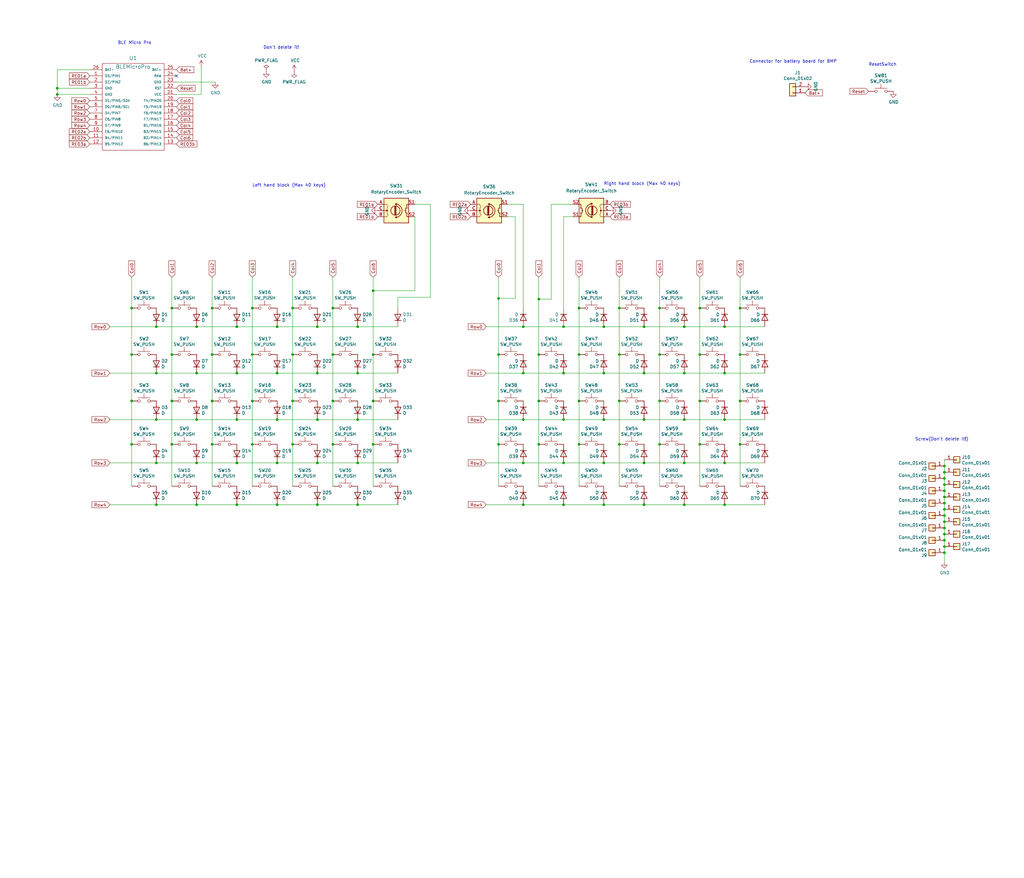
<source format=kicad_sch>
(kicad_sch (version 20211123) (generator eeschema)
  (paper "User" 419.989 360.045)
  (junction (at 136.525 145.415))
  (junction (at 130.175 207.01))
  (junction (at 64.135 207.01))
  (junction (at 80.645 153.035))
  (junction (at 120.015 145.415))
  (junction (at 254 126.365))
  (junction (at 204.47 122.386))
  (junction (at 70.485 145.415))
  (junction (at 146.685 207.01))
  (junction (at 280.67 133.985))
  (junction (at 146.685 172.085))
  (junction (at 130.175 172.085))
  (junction (at 23.495 36.195))
  (junction (at 297.18 189.865))
  (junction (at 120.015 182.245))
  (junction (at 303.53 126.365))
  (junction (at 264.16 153.035))
  (junction (at 297.18 172.085))
  (junction (at 387.35 219.075))
  (junction (at 387.35 193.675))
  (junction (at 387.35 213.995))
  (junction (at 287.02 126.365))
  (junction (at 280.67 189.865))
  (junction (at 120.015 126.365))
  (junction (at 80.645 172.085))
  (junction (at 97.155 189.865))
  (junction (at 237.49 182.245))
  (junction (at 146.685 153.035))
  (junction (at 146.685 133.985))
  (junction (at 97.155 133.985))
  (junction (at 387.35 221.615))
  (junction (at 287.02 145.415))
  (junction (at 120.015 164.465))
  (junction (at 387.35 216.535))
  (junction (at 214.63 172.085))
  (junction (at 86.995 164.465))
  (junction (at 136.525 126.365))
  (junction (at 146.685 189.865))
  (junction (at 64.135 172.085))
  (junction (at 153.035 145.415))
  (junction (at 64.135 133.985))
  (junction (at 214.63 207.01))
  (junction (at 70.485 164.465))
  (junction (at 80.645 207.01))
  (junction (at 387.35 196.215))
  (junction (at 113.665 133.985))
  (junction (at 280.67 153.035))
  (junction (at 387.35 206.375))
  (junction (at 153.035 164.465))
  (junction (at 264.16 133.985))
  (junction (at 231.14 153.035))
  (junction (at 53.975 164.465))
  (junction (at 86.995 126.365))
  (junction (at 297.18 207.01))
  (junction (at 214.63 153.035))
  (junction (at 270.51 182.245))
  (junction (at 80.645 133.985))
  (junction (at 303.53 182.245))
  (junction (at 231.14 133.985))
  (junction (at 231.14 189.865))
  (junction (at 297.18 133.985))
  (junction (at 247.65 133.985))
  (junction (at 130.175 153.035))
  (junction (at 53.975 182.245))
  (junction (at 387.35 224.155))
  (junction (at 237.49 164.465))
  (junction (at 103.505 145.415))
  (junction (at 113.665 153.035))
  (junction (at 254 182.245))
  (junction (at 387.35 198.755))
  (junction (at 53.975 145.415))
  (junction (at 247.65 172.085))
  (junction (at 97.155 207.01))
  (junction (at 287.02 182.245))
  (junction (at 387.35 226.695))
  (junction (at 303.53 145.415))
  (junction (at 247.65 207.01))
  (junction (at 204.47 145.415))
  (junction (at 136.525 164.465))
  (junction (at 247.65 153.035))
  (junction (at 97.155 153.035))
  (junction (at 80.645 189.865))
  (junction (at 53.975 126.365))
  (junction (at 264.16 172.085))
  (junction (at 103.505 126.365))
  (junction (at 70.485 126.365))
  (junction (at 270.51 164.465))
  (junction (at 237.49 145.415))
  (junction (at 387.35 208.915))
  (junction (at 153.035 119.2482))
  (junction (at 204.47 182.245))
  (junction (at 220.98 145.415))
  (junction (at 23.495 38.735))
  (junction (at 220.98 164.465))
  (junction (at 247.65 189.865))
  (junction (at 97.155 172.085))
  (junction (at 280.67 207.01))
  (junction (at 113.665 189.865))
  (junction (at 220.98 122.6749))
  (junction (at 86.995 145.415))
  (junction (at 64.135 189.865))
  (junction (at 64.135 153.035))
  (junction (at 113.665 207.01))
  (junction (at 237.49 126.365))
  (junction (at 287.02 164.465))
  (junction (at 264.16 207.01))
  (junction (at 254 145.415))
  (junction (at 387.35 203.835))
  (junction (at 204.47 164.465))
  (junction (at 103.505 182.245))
  (junction (at 254 164.465))
  (junction (at 387.35 211.455))
  (junction (at 113.665 172.085))
  (junction (at 280.67 172.085))
  (junction (at 103.505 164.465))
  (junction (at 387.35 191.135))
  (junction (at 297.18 153.035))
  (junction (at 130.175 189.865))
  (junction (at 231.14 207.01))
  (junction (at 270.51 145.415))
  (junction (at 303.53 164.465))
  (junction (at 220.98 182.245))
  (junction (at 214.63 133.985))
  (junction (at 387.35 201.295))
  (junction (at 86.995 182.245))
  (junction (at 70.485 182.245))
  (junction (at 130.175 133.985))
  (junction (at 231.14 172.085))
  (junction (at 270.51 126.365))
  (junction (at 264.16 189.865))
  (junction (at 153.035 182.245))
  (junction (at 136.525 182.245))
  (junction (at 214.63 189.865))
  (no_connect (at 72.39 31.115))
  (wire (pts (xy 387.35 213.995) (xy 387.35 216.535)))
  (wire (pts (xy 153.035 182.245) (xy 153.035 199.39)))
  (wire (pts (xy 86.995 182.245) (xy 86.995 199.39)))
  (wire (pts (xy 270.51 145.415) (xy 270.51 164.465)))
  (wire (pts (xy 303.53 145.415) (xy 303.53 164.465)))
  (wire (pts (xy 387.35 191.135) (xy 387.35 193.675)))
  (wire (pts (xy 80.645 207.01) (xy 97.155 207.01)))
  (wire (pts (xy 387.35 211.455) (xy 387.35 213.995)))
  (wire (pts (xy 120.015 145.415) (xy 120.015 164.465)))
  (wire (pts (xy 80.645 153.035) (xy 97.155 153.035)))
  (wire (pts (xy 146.685 189.865) (xy 163.195 189.865)))
  (wire (pts (xy 208.28 88.9) (xy 211.3585 88.9)))
  (wire (pts (xy 220.98 122.6749) (xy 220.98 145.415)))
  (wire (pts (xy 220.98 182.245) (xy 220.98 199.39)))
  (wire (pts (xy 70.485 182.245) (xy 70.485 199.39)))
  (wire (pts (xy 64.135 207.01) (xy 45.085 207.01)))
  (wire (pts (xy 247.65 172.085) (xy 264.16 172.085)))
  (wire (pts (xy 280.67 153.035) (xy 297.18 153.035)))
  (wire (pts (xy 254 164.465) (xy 254 182.245)))
  (wire (pts (xy 72.39 38.735) (xy 82.55 38.735)))
  (wire (pts (xy 204.47 122.386) (xy 204.47 145.415)))
  (wire (pts (xy 199.39 207.01) (xy 214.63 207.01)))
  (wire (pts (xy 136.525 113.665) (xy 136.525 126.365)))
  (wire (pts (xy 204.47 164.465) (xy 204.47 182.245)))
  (wire (pts (xy 387.35 196.215) (xy 387.35 198.755)))
  (wire (pts (xy 254 145.415) (xy 254 164.465)))
  (wire (pts (xy 303.53 113.665) (xy 303.53 126.365)))
  (wire (pts (xy 387.35 201.295) (xy 387.35 203.835)))
  (wire (pts (xy 136.525 164.465) (xy 136.525 182.245)))
  (wire (pts (xy 254 113.665) (xy 254 126.365)))
  (wire (pts (xy 264.16 207.01) (xy 280.67 207.01)))
  (wire (pts (xy 153.035 113.665) (xy 153.035 119.2482)))
  (wire (pts (xy 226.0938 83.82) (xy 226.0938 122.6749)))
  (wire (pts (xy 231.14 153.035) (xy 247.65 153.035)))
  (wire (pts (xy 130.175 133.985) (xy 146.685 133.985)))
  (wire (pts (xy 214.63 189.865) (xy 231.14 189.865)))
  (wire (pts (xy 64.135 172.085) (xy 45.085 172.085)))
  (wire (pts (xy 97.155 172.085) (xy 113.665 172.085)))
  (wire (pts (xy 97.155 189.865) (xy 113.665 189.865)))
  (wire (pts (xy 64.135 153.035) (xy 80.645 153.035)))
  (wire (pts (xy 53.975 145.415) (xy 53.975 164.465)))
  (wire (pts (xy 387.35 206.375) (xy 387.35 208.915)))
  (wire (pts (xy 146.685 153.035) (xy 163.195 153.035)))
  (wire (pts (xy 103.505 113.665) (xy 103.505 126.365)))
  (wire (pts (xy 120.015 126.365) (xy 120.015 145.415)))
  (wire (pts (xy 237.49 164.465) (xy 237.49 182.245)))
  (wire (pts (xy 146.685 133.985) (xy 163.195 133.985)))
  (wire (pts (xy 153.035 119.2482) (xy 153.035 145.415)))
  (wire (pts (xy 53.975 182.245) (xy 53.975 199.39)))
  (wire (pts (xy 280.67 133.985) (xy 297.18 133.985)))
  (wire (pts (xy 387.35 203.835) (xy 387.35 206.375)))
  (wire (pts (xy 176.53 121.92) (xy 163.195 121.92)))
  (wire (pts (xy 23.495 36.195) (xy 23.495 38.735)))
  (wire (pts (xy 97.155 153.035) (xy 113.665 153.035)))
  (wire (pts (xy 163.195 121.92) (xy 163.195 126.365)))
  (wire (pts (xy 264.16 172.085) (xy 280.67 172.085)))
  (wire (pts (xy 113.665 133.985) (xy 130.175 133.985)))
  (wire (pts (xy 387.35 208.915) (xy 387.35 211.455)))
  (wire (pts (xy 80.645 189.865) (xy 97.155 189.865)))
  (wire (pts (xy 136.525 145.415) (xy 136.525 164.465)))
  (wire (pts (xy 64.135 133.985) (xy 45.085 133.985)))
  (wire (pts (xy 303.53 126.365) (xy 303.53 145.415)))
  (wire (pts (xy 120.015 164.465) (xy 120.015 182.245)))
  (wire (pts (xy 387.35 224.155) (xy 387.35 226.695)))
  (wire (pts (xy 303.53 182.245) (xy 303.53 199.39)))
  (wire (pts (xy 70.485 145.415) (xy 70.485 164.465)))
  (wire (pts (xy 226.0938 122.6749) (xy 220.98 122.6749)))
  (wire (pts (xy 97.155 207.01) (xy 113.665 207.01)))
  (wire (pts (xy 103.505 182.245) (xy 103.505 199.39)))
  (wire (pts (xy 120.015 113.665) (xy 120.015 126.365)))
  (wire (pts (xy 113.665 153.035) (xy 130.175 153.035)))
  (wire (pts (xy 64.135 153.035) (xy 45.085 153.035)))
  (wire (pts (xy 70.485 126.365) (xy 70.485 145.415)))
  (wire (pts (xy 264.16 153.035) (xy 280.67 153.035)))
  (wire (pts (xy 97.155 133.985) (xy 113.665 133.985)))
  (wire (pts (xy 113.665 172.085) (xy 130.175 172.085)))
  (wire (pts (xy 170.18 88.9) (xy 170.18 119.2482)))
  (wire (pts (xy 86.995 164.465) (xy 86.995 182.245)))
  (wire (pts (xy 53.975 113.665) (xy 53.975 126.365)))
  (wire (pts (xy 86.995 126.365) (xy 86.995 145.415)))
  (wire (pts (xy 80.645 172.085) (xy 97.155 172.085)))
  (wire (pts (xy 297.18 189.865) (xy 313.69 189.865)))
  (wire (pts (xy 287.02 145.415) (xy 287.02 164.465)))
  (wire (pts (xy 136.525 182.245) (xy 136.525 199.39)))
  (wire (pts (xy 264.16 189.865) (xy 280.67 189.865)))
  (wire (pts (xy 387.35 193.675) (xy 387.35 196.215)))
  (wire (pts (xy 220.98 113.665) (xy 220.98 122.6749)))
  (wire (pts (xy 280.67 172.085) (xy 297.18 172.085)))
  (wire (pts (xy 297.18 172.085) (xy 313.69 172.085)))
  (wire (pts (xy 146.685 207.01) (xy 163.195 207.01)))
  (wire (pts (xy 234.95 83.82) (xy 226.0938 83.82)))
  (wire (pts (xy 214.63 207.01) (xy 231.14 207.01)))
  (wire (pts (xy 220.98 164.465) (xy 220.98 182.245)))
  (wire (pts (xy 36.83 28.575) (xy 23.495 28.575)))
  (wire (pts (xy 146.685 172.085) (xy 163.195 172.085)))
  (wire (pts (xy 120.015 182.245) (xy 120.015 199.39)))
  (wire (pts (xy 82.55 38.735) (xy 82.55 27.305)))
  (wire (pts (xy 231.14 133.985) (xy 247.65 133.985)))
  (wire (pts (xy 64.135 189.865) (xy 80.645 189.865)))
  (wire (pts (xy 270.51 113.665) (xy 270.51 126.365)))
  (wire (pts (xy 387.35 219.075) (xy 387.35 221.615)))
  (wire (pts (xy 199.39 153.035) (xy 214.63 153.035)))
  (wire (pts (xy 36.83 36.195) (xy 23.495 36.195)))
  (wire (pts (xy 53.975 126.365) (xy 53.975 145.415)))
  (wire (pts (xy 130.175 207.01) (xy 146.685 207.01)))
  (wire (pts (xy 130.175 153.035) (xy 146.685 153.035)))
  (wire (pts (xy 287.02 164.465) (xy 287.02 182.245)))
  (wire (pts (xy 237.49 126.365) (xy 237.49 145.415)))
  (wire (pts (xy 204.47 182.245) (xy 204.47 199.39)))
  (wire (pts (xy 287.02 113.665) (xy 287.02 126.365)))
  (wire (pts (xy 103.505 164.465) (xy 103.505 182.245)))
  (wire (pts (xy 387.35 216.535) (xy 387.35 219.075)))
  (wire (pts (xy 70.485 113.665) (xy 70.485 126.365)))
  (wire (pts (xy 130.175 172.085) (xy 146.685 172.085)))
  (wire (pts (xy 237.49 113.665) (xy 237.49 126.365)))
  (wire (pts (xy 64.135 172.085) (xy 80.645 172.085)))
  (wire (pts (xy 214.63 83.82) (xy 214.63 126.365)))
  (wire (pts (xy 88.265 33.655) (xy 72.39 33.655)))
  (wire (pts (xy 387.35 198.755) (xy 387.35 201.295)))
  (wire (pts (xy 270.51 126.365) (xy 270.51 145.415)))
  (wire (pts (xy 70.485 164.465) (xy 70.485 182.245)))
  (wire (pts (xy 86.995 145.415) (xy 86.995 164.465)))
  (wire (pts (xy 136.525 126.365) (xy 136.525 145.415)))
  (wire (pts (xy 199.39 133.985) (xy 214.63 133.985)))
  (wire (pts (xy 387.35 188.595) (xy 387.35 191.135)))
  (wire (pts (xy 220.98 145.415) (xy 220.98 164.465)))
  (wire (pts (xy 231.14 172.085) (xy 247.65 172.085)))
  (wire (pts (xy 86.995 113.665) (xy 86.995 126.365)))
  (wire (pts (xy 80.645 133.985) (xy 97.155 133.985)))
  (wire (pts (xy 170.18 119.2482) (xy 153.035 119.2482)))
  (wire (pts (xy 176.53 83.82) (xy 176.53 121.92)))
  (wire (pts (xy 287.02 182.245) (xy 287.02 199.39)))
  (wire (pts (xy 303.53 164.465) (xy 303.53 182.245)))
  (wire (pts (xy 199.39 189.865) (xy 214.63 189.865)))
  (wire (pts (xy 270.51 182.245) (xy 270.51 199.39)))
  (wire (pts (xy 254 126.365) (xy 254 145.415)))
  (wire (pts (xy 113.665 189.865) (xy 130.175 189.865)))
  (wire (pts (xy 23.495 28.575) (xy 23.495 36.195)))
  (wire (pts (xy 231.14 88.9) (xy 231.14 126.365)))
  (wire (pts (xy 170.18 83.82) (xy 176.53 83.82)))
  (wire (pts (xy 264.16 133.985) (xy 280.67 133.985)))
  (wire (pts (xy 103.505 126.365) (xy 103.505 145.415)))
  (wire (pts (xy 231.14 207.01) (xy 247.65 207.01)))
  (wire (pts (xy 247.65 189.865) (xy 264.16 189.865)))
  (wire (pts (xy 280.67 207.01) (xy 297.18 207.01)))
  (wire (pts (xy 297.18 153.035) (xy 313.69 153.035)))
  (wire (pts (xy 247.65 207.01) (xy 264.16 207.01)))
  (wire (pts (xy 211.3585 122.386) (xy 204.47 122.386)))
  (wire (pts (xy 387.35 226.695) (xy 387.35 230.505)))
  (wire (pts (xy 204.47 113.665) (xy 204.47 122.386)))
  (wire (pts (xy 287.02 126.365) (xy 287.02 145.415)))
  (wire (pts (xy 297.18 207.01) (xy 313.69 207.01)))
  (wire (pts (xy 211.3585 88.9) (xy 211.3585 122.386)))
  (wire (pts (xy 280.67 189.865) (xy 297.18 189.865)))
  (wire (pts (xy 270.51 164.465) (xy 270.51 182.245)))
  (wire (pts (xy 214.63 133.985) (xy 231.14 133.985)))
  (wire (pts (xy 113.665 207.01) (xy 130.175 207.01)))
  (wire (pts (xy 387.35 221.615) (xy 387.35 224.155)))
  (wire (pts (xy 234.95 88.9) (xy 231.14 88.9)))
  (wire (pts (xy 237.49 182.245) (xy 237.49 199.39)))
  (wire (pts (xy 153.035 145.415) (xy 153.035 164.465)))
  (wire (pts (xy 153.035 164.465) (xy 153.035 182.245)))
  (wire (pts (xy 53.975 164.465) (xy 53.975 182.245)))
  (wire (pts (xy 231.14 189.865) (xy 247.65 189.865)))
  (wire (pts (xy 204.47 145.415) (xy 204.47 164.465)))
  (wire (pts (xy 208.28 83.82) (xy 214.63 83.82)))
  (wire (pts (xy 64.135 207.01) (xy 80.645 207.01)))
  (wire (pts (xy 254 182.245) (xy 254 199.39)))
  (wire (pts (xy 64.135 133.985) (xy 80.645 133.985)))
  (wire (pts (xy 214.63 153.035) (xy 231.14 153.035)))
  (wire (pts (xy 214.63 172.085) (xy 231.14 172.085)))
  (wire (pts (xy 130.175 189.865) (xy 146.685 189.865)))
  (wire (pts (xy 247.65 153.035) (xy 264.16 153.035)))
  (wire (pts (xy 103.505 145.415) (xy 103.505 164.465)))
  (wire (pts (xy 199.39 172.085) (xy 214.63 172.085)))
  (wire (pts (xy 237.49 145.415) (xy 237.49 164.465)))
  (wire (pts (xy 64.135 189.865) (xy 45.085 189.865)))
  (wire (pts (xy 36.83 38.735) (xy 23.495 38.735)))
  (wire (pts (xy 297.18 133.985) (xy 313.69 133.985)))
  (wire (pts (xy 247.65 133.985) (xy 264.16 133.985)))
  (text "Left hand block (Max 40 keys)" (at 103.505 76.835 0) (effects (font (size 1.27 1.27)) (justify left bottom)))
  (text "Connector for battery board for BMP" (at 307.34 26.035 0) (effects (font (size 1.27 1.27)) (justify left bottom)))
  (text "Screw(Don't delete it!)" (at 375.285 180.975 0) (effects (font (size 1.27 1.27)) (justify left bottom)))
  (text "ResetSwitch" (at 356.235 27.305 0) (effects (font (size 1.27 1.27)) (justify left bottom)))
  (text "Don't delete it!" (at 107.95 20.32 0) (effects (font (size 1.27 1.27)) (justify left bottom)))
  (text "Right hand block (Max 40 keys)" (at 247.65 76.2 0) (effects (font (size 1.27 1.27)) (justify left bottom)))
  (text "BLE Micro Pro" (at 48.26 18.415 0) (effects (font (size 1.27 1.27)) (justify left bottom)))
  (global_label "Row1" (shape input) (at 45.085 153.035 180) (property "Intersheet References" "${INTERSHEET_REFS}" (effects hide)))
  (global_label "Col3" (shape input) (at 254 113.665 90) (property "Intersheet References" "${INTERSHEET_REFS}" (effects hide)))
  (global_label "Col1" (shape input) (at 72.39 43.815 0) (property "Intersheet References" "${INTERSHEET_REFS}" (effects hide)))
  (global_label "RE03b" (shape input) (at 250.19 83.82 0) (property "Intersheet References" "${INTERSHEET_REFS}" (effects hide)))
  (global_label "RE02a" (shape input) (at 193.04 83.82 180) (property "Intersheet References" "${INTERSHEET_REFS}" (effects hide)))
  (global_label "Row0" (shape input) (at 45.085 133.985 180) (property "Intersheet References" "${INTERSHEET_REFS}" (effects hide)))
  (global_label "Col0" (shape input) (at 53.975 113.665 90) (property "Intersheet References" "${INTERSHEET_REFS}" (effects hide)))
  (global_label "RE01b" (shape input) (at 36.83 33.655 180) (property "Intersheet References" "${INTERSHEET_REFS}" (effects hide)))
  (global_label "RE03b" (shape input) (at 72.39 59.055 0) (property "Intersheet References" "${INTERSHEET_REFS}" (effects hide)))
  (global_label "Row0" (shape input) (at 199.39 133.985 180) (property "Intersheet References" "${INTERSHEET_REFS}" (effects hide)))
  (global_label "Col2" (shape input) (at 72.39 46.355 0) (property "Intersheet References" "${INTERSHEET_REFS}" (effects hide)))
  (global_label "Row0" (shape input) (at 36.83 41.275 180) (property "Intersheet References" "${INTERSHEET_REFS}" (effects hide)))
  (global_label "Col0" (shape input) (at 72.39 41.275 0) (property "Intersheet References" "${INTERSHEET_REFS}" (effects hide)))
  (global_label "Row4" (shape input) (at 199.39 207.01 180) (property "Intersheet References" "${INTERSHEET_REFS}" (effects hide)))
  (global_label "Col6" (shape input) (at 303.53 113.665 90) (property "Intersheet References" "${INTERSHEET_REFS}" (effects hide)))
  (global_label "RE02a" (shape input) (at 36.83 53.975 180) (property "Intersheet References" "${INTERSHEET_REFS}" (effects hide)))
  (global_label "Col1" (shape input) (at 70.485 113.665 90) (property "Intersheet References" "${INTERSHEET_REFS}" (effects hide)))
  (global_label "Row4" (shape input) (at 45.085 207.01 180) (property "Intersheet References" "${INTERSHEET_REFS}" (effects hide)))
  (global_label "Col0" (shape input) (at 204.47 113.665 90) (property "Intersheet References" "${INTERSHEET_REFS}" (effects hide)))
  (global_label "Col2" (shape input) (at 86.995 113.665 90) (property "Intersheet References" "${INTERSHEET_REFS}" (effects hide)))
  (global_label "Reset" (shape input) (at 72.39 36.195 0) (property "Intersheet References" "${INTERSHEET_REFS}" (effects hide)))
  (global_label "Col5" (shape input) (at 287.02 113.665 90) (property "Intersheet References" "${INTERSHEET_REFS}" (effects hide)))
  (global_label "Bat+" (shape input) (at 330.2 38.1 0) (property "Intersheet References" "${INTERSHEET_REFS}" (effects hide)))
  (global_label "Row3" (shape input) (at 36.83 48.895 180) (property "Intersheet References" "${INTERSHEET_REFS}" (effects hide)))
  (global_label "RE01b" (shape input) (at 154.94 88.9 180) (property "Intersheet References" "${INTERSHEET_REFS}" (effects hide)))
  (global_label "RE02b" (shape input) (at 36.83 56.515 180) (property "Intersheet References" "${INTERSHEET_REFS}" (effects hide)))
  (global_label "Col4" (shape input) (at 72.39 51.435 0) (property "Intersheet References" "${INTERSHEET_REFS}" (effects hide)))
  (global_label "Reset" (shape input) (at 356.235 37.465 180) (property "Intersheet References" "${INTERSHEET_REFS}" (effects hide)))
  (global_label "Col3" (shape input) (at 103.505 113.665 90) (property "Intersheet References" "${INTERSHEET_REFS}" (effects hide)))
  (global_label "RE03a" (shape input) (at 36.83 59.055 180) (property "Intersheet References" "${INTERSHEET_REFS}" (effects hide)))
  (global_label "Col5" (shape input) (at 136.525 113.665 90) (property "Intersheet References" "${INTERSHEET_REFS}" (effects hide)))
  (global_label "Col4" (shape input) (at 270.51 113.665 90) (property "Intersheet References" "${INTERSHEET_REFS}" (effects hide)))
  (global_label "Row2" (shape input) (at 45.085 172.085 180) (property "Intersheet References" "${INTERSHEET_REFS}" (effects hide)))
  (global_label "Col6" (shape input) (at 72.39 56.515 0) (property "Intersheet References" "${INTERSHEET_REFS}" (effects hide)))
  (global_label "RE01a" (shape input) (at 154.94 83.82 180) (property "Intersheet References" "${INTERSHEET_REFS}" (effects hide)))
  (global_label "Col4" (shape input) (at 120.015 113.665 90) (property "Intersheet References" "${INTERSHEET_REFS}" (effects hide)))
  (global_label "Row2" (shape input) (at 199.39 172.085 180) (property "Intersheet References" "${INTERSHEET_REFS}" (effects hide)))
  (global_label "Row4" (shape input) (at 36.83 51.435 180) (property "Intersheet References" "${INTERSHEET_REFS}" (effects hide)))
  (global_label "Row2" (shape input) (at 36.83 46.355 180) (property "Intersheet References" "${INTERSHEET_REFS}" (effects hide)))
  (global_label "RE01a" (shape input) (at 36.83 31.115 180) (property "Intersheet References" "${INTERSHEET_REFS}" (effects hide)))
  (global_label "Row1" (shape input) (at 36.83 43.815 180) (property "Intersheet References" "${INTERSHEET_REFS}" (effects hide)))
  (global_label "Col3" (shape input) (at 72.39 48.895 0) (property "Intersheet References" "${INTERSHEET_REFS}" (effects hide)))
  (global_label "Col2" (shape input) (at 237.49 113.665 90) (property "Intersheet References" "${INTERSHEET_REFS}" (effects hide)))
  (global_label "Bat+" (shape input) (at 72.39 28.575 0) (property "Intersheet References" "${INTERSHEET_REFS}" (effects hide)))
  (global_label "Row3" (shape input) (at 45.085 189.865 180) (property "Intersheet References" "${INTERSHEET_REFS}" (effects hide)))
  (global_label "RE03a" (shape input) (at 250.19 88.9 0) (property "Intersheet References" "${INTERSHEET_REFS}" (effects hide)))
  (global_label "Col6" (shape input) (at 153.035 113.665 90) (property "Intersheet References" "${INTERSHEET_REFS}" (effects hide)))
  (global_label "Row1" (shape input) (at 199.39 153.035 180) (property "Intersheet References" "${INTERSHEET_REFS}" (effects hide)))
  (global_label "Col5" (shape input) (at 72.39 53.975 0) (property "Intersheet References" "${INTERSHEET_REFS}" (effects hide)))
  (global_label "Row3" (shape input) (at 199.39 189.865 180) (property "Intersheet References" "${INTERSHEET_REFS}" (effects hide)))
  (global_label "Col1" (shape input) (at 220.98 113.665 90) (property "Intersheet References" "${INTERSHEET_REFS}" (effects hide)))
  (global_label "RE02b" (shape input) (at 193.04 88.9 180) (property "Intersheet References" "${INTERSHEET_REFS}" (effects hide)))
  (symbol (lib_id "power:PWR_FLAG") (at 109.22 29.21 0) (unit 1)
    (property "Reference" "#FLG01" (effects hide))
    (property "Value" "PWR_FLAG" (at 109.22 24.7904 0))
  )
  (symbol (lib_id "power:PWR_FLAG") (at 120.65 29.21 180) (unit 1)
    (property "Reference" "#FLG02" (effects hide))
    (property "Value" "PWR_FLAG" (at 120.65 33.6042 0))
  )
  (symbol (lib_id "power:GND") (at 109.22 29.21 0) (unit 1)
    (property "Reference" "#PWR010" (effects hide))
    (property "Value" "GND" (at 109.347 33.6042 0))
  )
  (symbol (lib_id "power:VCC") (at 120.65 29.21 0) (unit 1)
    (property "Reference" "#PWR012" (effects hide))
    (property "Value" "VCC" (at 121.0818 24.8158 0))
  )
  (symbol (lib_id "Salicylic_kbd:Micon_BLEMicroPro") (at 54.61 50.165 0) (unit 1)
    (property "Reference" "U1" (at 54.61 23.8252 0) (effects (font (size 1.524 1.524))))
    (property "Value" "BLEMicroPro" (at 54.61 26.5176 0) (effects (font (size 1.524 1.524)) (justify top)))
    (property "Footprint" "kbd_Parts:Micon_BMP_GL" (effects hide))
  )
  (symbol (lib_id "power:GND") (at 88.265 33.655 0) (unit 1)
    (property "Reference" "#PWR08" (effects hide))
    (property "Value" "GND" (at 88.392 38.0492 0))
  )
  (symbol (lib_id "power:VCC") (at 82.55 27.305 0) (unit 1)
    (property "Reference" "#PWR06" (effects hide))
    (property "Value" "VCC" (at 82.9818 22.9108 0))
  )
  (symbol (lib_id "power:GND") (at 23.495 38.735 0) (unit 1)
    (property "Reference" "#PWR01" (effects hide))
    (property "Value" "GND" (at 23.622 43.1292 0))
  )
  (symbol (lib_id "Switch:SW_Push") (at 75.565 126.365 0) (unit 1)
    (property "Reference" "SW6" (at 75.565 119.888 0))
    (property "Value" "SW_PUSH" (at 75.565 122.1994 0))
    (property "Footprint" "kbd_SW:CherryMX_Hotswap_1u" (effects hide))
  )
  (symbol (lib_id "Switch:SW_Push") (at 59.055 126.365 0) (unit 1)
    (property "Reference" "SW1" (at 59.055 119.888 0))
    (property "Value" "SW_PUSH" (at 59.055 122.1994 0))
    (property "Footprint" "kbd_SW:CherryMX_Solder_1u_MillMax" (effects hide))
  )
  (symbol (lib_id "Switch:SW_Push") (at 59.055 145.415 0) (unit 1)
    (property "Reference" "SW2" (at 59.055 138.938 0))
    (property "Value" "SW_PUSH" (at 59.055 141.2494 0))
    (property "Footprint" "kbd_SW:CherryMX_Solder_1u_MillMax" (effects hide))
  )
  (symbol (lib_id "Switch:SW_Push") (at 75.565 145.415 0) (unit 1)
    (property "Reference" "SW7" (at 75.565 138.938 0))
    (property "Value" "SW_PUSH" (at 75.565 141.2494 0))
    (property "Footprint" "kbd_SW:CherryMX_Hotswap_1u" (effects hide))
  )
  (symbol (lib_id "Device:D") (at 64.135 130.175 90) (unit 1)
    (property "Reference" "D1" (at 66.1416 129.0066 90) (effects (justify right)))
    (property "Value" "D" (at 66.1416 131.318 90) (effects (justify right)))
    (property "Footprint" "kbd_Parts:Diode_SMD" (effects hide))
  )
  (symbol (lib_id "Device:D") (at 80.645 130.175 90) (unit 1)
    (property "Reference" "D6" (at 82.6516 129.0066 90) (effects (justify right)))
    (property "Value" "D" (at 82.6516 131.318 90) (effects (justify right)))
    (property "Footprint" "kbd_Parts:Diode_SMD" (effects hide))
  )
  (symbol (lib_id "Device:D") (at 80.645 149.225 90) (unit 1)
    (property "Reference" "D7" (at 82.6516 148.0566 90) (effects (justify right)))
    (property "Value" "D" (at 82.6516 150.368 90) (effects (justify right)))
    (property "Footprint" "kbd_Parts:Diode_SMD" (effects hide))
  )
  (symbol (lib_id "Device:D") (at 64.135 149.225 90) (unit 1)
    (property "Reference" "D2" (at 66.1416 148.0566 90) (effects (justify right)))
    (property "Value" "D" (at 66.1416 150.368 90) (effects (justify right)))
    (property "Footprint" "kbd_Parts:Diode_SMD" (effects hide))
  )
  (symbol (lib_id "Switch:SW_Push") (at 361.315 37.465 0) (unit 1)
    (property "Reference" "SW81" (at 361.315 30.988 0))
    (property "Value" "SW_PUSH" (at 361.315 33.2994 0))
    (property "Footprint" "kbd_Parts:ResetSW" (effects hide))
  )
  (symbol (lib_id "power:GND") (at 366.395 37.465 0) (unit 1)
    (property "Reference" "#PWR026" (effects hide))
    (property "Value" "GND" (at 366.522 41.8592 0))
  )
  (symbol (lib_id "Switch:SW_Push") (at 108.585 126.365 0) (unit 1)
    (property "Reference" "SW16" (at 108.585 119.888 0))
    (property "Value" "SW_PUSH" (at 108.585 122.1994 0))
    (property "Footprint" "kbd_SW:CherryMX_Hotswap_1u" (effects hide))
  )
  (symbol (lib_id "Switch:SW_Push") (at 125.095 126.365 0) (unit 1)
    (property "Reference" "SW21" (at 125.095 119.888 0))
    (property "Value" "SW_PUSH" (at 125.095 122.1994 0))
    (property "Footprint" "kbd_SW:CherryMX_Hotswap_1u" (effects hide))
  )
  (symbol (lib_id "Switch:SW_Push") (at 92.075 126.365 0) (unit 1)
    (property "Reference" "SW11" (at 92.075 119.888 0))
    (property "Value" "SW_PUSH" (at 92.075 122.1994 0))
    (property "Footprint" "kbd_SW:CherryMX_Hotswap_1u" (effects hide))
  )
  (symbol (lib_id "Switch:SW_Push") (at 108.585 164.465 0) (unit 1)
    (property "Reference" "SW18" (at 108.585 157.988 0))
    (property "Value" "SW_PUSH" (at 108.585 160.2994 0))
    (property "Footprint" "kbd_SW:CherryMX_Hotswap_1u" (effects hide))
  )
  (symbol (lib_id "Switch:SW_Push") (at 108.585 145.415 0) (unit 1)
    (property "Reference" "SW17" (at 108.585 138.938 0))
    (property "Value" "SW_PUSH" (at 108.585 141.2494 0))
    (property "Footprint" "kbd_SW:CherryMX_Hotswap_1u" (effects hide))
  )
  (symbol (lib_id "Switch:SW_Push") (at 125.095 145.415 0) (unit 1)
    (property "Reference" "SW22" (at 125.095 138.938 0))
    (property "Value" "SW_PUSH" (at 125.095 141.2494 0))
    (property "Footprint" "kbd_SW:CherryMX_Hotswap_1u" (effects hide))
  )
  (symbol (lib_id "Switch:SW_Push") (at 141.605 145.415 0) (unit 1)
    (property "Reference" "SW27" (at 141.605 138.938 0))
    (property "Value" "SW_PUSH" (at 141.605 141.2494 0))
    (property "Footprint" "kbd_SW:CherryMX_Hotswap_1u" (effects hide))
  )
  (symbol (lib_id "Switch:SW_Push") (at 92.075 145.415 0) (unit 1)
    (property "Reference" "SW12" (at 92.075 138.938 0))
    (property "Value" "SW_PUSH" (at 92.075 141.2494 0))
    (property "Footprint" "kbd_SW:CherryMX_Hotswap_1u" (effects hide))
  )
  (symbol (lib_id "Switch:SW_Push") (at 59.055 164.465 0) (unit 1)
    (property "Reference" "SW3" (at 59.055 157.988 0))
    (property "Value" "SW_PUSH" (at 59.055 160.2994 0))
    (property "Footprint" "kbd_SW:CherryMX_Hotswap_1.25u" (effects hide))
  )
  (symbol (lib_id "Switch:SW_Push") (at 59.055 182.245 0) (unit 1)
    (property "Reference" "SW4" (at 59.055 175.768 0))
    (property "Value" "SW_PUSH" (at 59.055 178.0794 0))
    (property "Footprint" "kbd_SW:CherryMX_Hotswap_1.75u" (effects hide))
  )
  (symbol (lib_id "Switch:SW_Push") (at 75.565 164.465 0) (unit 1)
    (property "Reference" "SW8" (at 75.565 157.988 0))
    (property "Value" "SW_PUSH" (at 75.565 160.2994 0))
    (property "Footprint" "kbd_SW:CherryMX_Hotswap_1u" (effects hide))
  )
  (symbol (lib_id "Switch:SW_Push") (at 75.565 182.245 0) (unit 1)
    (property "Reference" "SW9" (at 75.565 175.768 0))
    (property "Value" "SW_PUSH" (at 75.565 178.0794 0))
    (property "Footprint" "kbd_SW:CherryMX_Hotswap_1u" (effects hide))
  )
  (symbol (lib_id "Switch:SW_Push") (at 92.075 164.465 0) (unit 1)
    (property "Reference" "SW13" (at 92.075 157.988 0))
    (property "Value" "SW_PUSH" (at 92.075 160.2994 0))
    (property "Footprint" "kbd_SW:CherryMX_Hotswap_1u" (effects hide))
  )
  (symbol (lib_id "Switch:SW_Push") (at 108.585 182.245 0) (unit 1)
    (property "Reference" "SW19" (at 108.585 175.768 0))
    (property "Value" "SW_PUSH" (at 108.585 178.0794 0))
    (property "Footprint" "kbd_SW:CherryMX_Hotswap_1u" (effects hide))
  )
  (symbol (lib_id "Switch:SW_Push") (at 125.095 182.245 0) (unit 1)
    (property "Reference" "SW24" (at 125.095 175.768 0))
    (property "Value" "SW_PUSH" (at 125.095 178.0794 0))
    (property "Footprint" "kbd_SW:CherryMX_Hotswap_1u" (effects hide))
  )
  (symbol (lib_id "Switch:SW_Push") (at 141.605 182.245 0) (unit 1)
    (property "Reference" "SW29" (at 141.605 175.768 0))
    (property "Value" "SW_PUSH" (at 141.605 178.0794 0))
    (property "Footprint" "kbd_SW:CherryMX_Hotswap_1u" (effects hide))
  )
  (symbol (lib_id "Switch:SW_Push") (at 125.095 164.465 0) (unit 1)
    (property "Reference" "SW23" (at 125.095 157.988 0))
    (property "Value" "SW_PUSH" (at 125.095 160.2994 0))
    (property "Footprint" "kbd_SW:CherryMX_Hotswap_1u" (effects hide))
  )
  (symbol (lib_id "Switch:SW_Push") (at 141.605 164.465 0) (unit 1)
    (property "Reference" "SW28" (at 141.605 157.988 0))
    (property "Value" "SW_PUSH" (at 141.605 160.2994 0))
    (property "Footprint" "kbd_SW:CherryMX_Hotswap_1u" (effects hide))
  )
  (symbol (lib_id "Device:D") (at 97.155 130.175 90) (unit 1)
    (property "Reference" "D11" (at 99.1616 129.0066 90) (effects (justify right)))
    (property "Value" "D" (at 99.1616 131.318 90) (effects (justify right)))
    (property "Footprint" "kbd_Parts:Diode_SMD" (effects hide))
  )
  (symbol (lib_id "Device:D") (at 113.665 130.175 90) (unit 1)
    (property "Reference" "D16" (at 115.6716 129.0066 90) (effects (justify right)))
    (property "Value" "D" (at 115.6716 131.318 90) (effects (justify right)))
    (property "Footprint" "kbd_Parts:Diode_SMD" (effects hide))
  )
  (symbol (lib_id "Device:D") (at 130.175 130.175 90) (unit 1)
    (property "Reference" "D21" (at 132.1816 129.0066 90) (effects (justify right)))
    (property "Value" "D" (at 132.1816 131.318 90) (effects (justify right)))
    (property "Footprint" "kbd_Parts:Diode_SMD" (effects hide))
  )
  (symbol (lib_id "Device:D") (at 146.685 130.175 90) (unit 1)
    (property "Reference" "D26" (at 148.6916 129.0066 90) (effects (justify right)))
    (property "Value" "D" (at 148.6916 131.318 90) (effects (justify right)))
    (property "Footprint" "kbd_Parts:Diode_SMD" (effects hide))
  )
  (symbol (lib_id "Device:D") (at 146.685 149.225 90) (unit 1)
    (property "Reference" "D27" (at 148.6916 148.0566 90) (effects (justify right)))
    (property "Value" "D" (at 148.6916 150.368 90) (effects (justify right)))
    (property "Footprint" "kbd_Parts:Diode_SMD" (effects hide))
  )
  (symbol (lib_id "Device:D") (at 146.685 168.275 90) (unit 1)
    (property "Reference" "D28" (at 148.6916 167.1066 90) (effects (justify right)))
    (property "Value" "D" (at 148.6916 169.418 90) (effects (justify right)))
    (property "Footprint" "kbd_Parts:Diode_SMD" (effects hide))
  )
  (symbol (lib_id "Device:D") (at 146.685 186.055 90) (unit 1)
    (property "Reference" "D29" (at 148.6916 184.8866 90) (effects (justify right)))
    (property "Value" "D" (at 148.6916 187.198 90) (effects (justify right)))
    (property "Footprint" "kbd_Parts:Diode_SMD" (effects hide))
  )
  (symbol (lib_id "Device:D") (at 130.175 186.055 90) (unit 1)
    (property "Reference" "D24" (at 132.1816 184.8866 90) (effects (justify right)))
    (property "Value" "D" (at 132.1816 187.198 90) (effects (justify right)))
    (property "Footprint" "kbd_Parts:Diode_SMD" (effects hide))
  )
  (symbol (lib_id "Device:D") (at 130.175 168.275 90) (unit 1)
    (property "Reference" "D23" (at 132.1816 167.1066 90) (effects (justify right)))
    (property "Value" "D" (at 132.1816 169.418 90) (effects (justify right)))
    (property "Footprint" "kbd_Parts:Diode_SMD" (effects hide))
  )
  (symbol (lib_id "Device:D") (at 130.175 149.225 90) (unit 1)
    (property "Reference" "D22" (at 132.1816 148.0566 90) (effects (justify right)))
    (property "Value" "D" (at 132.1816 150.368 90) (effects (justify right)))
    (property "Footprint" "kbd_Parts:Diode_SMD" (effects hide))
  )
  (symbol (lib_id "Device:D") (at 113.665 149.225 90) (unit 1)
    (property "Reference" "D17" (at 115.6716 148.0566 90) (effects (justify right)))
    (property "Value" "D" (at 115.6716 150.368 90) (effects (justify right)))
    (property "Footprint" "kbd_Parts:Diode_SMD" (effects hide))
  )
  (symbol (lib_id "Device:D") (at 97.155 149.225 90) (unit 1)
    (property "Reference" "D12" (at 99.1616 148.0566 90) (effects (justify right)))
    (property "Value" "D" (at 99.1616 150.368 90) (effects (justify right)))
    (property "Footprint" "kbd_Parts:Diode_SMD" (effects hide))
  )
  (symbol (lib_id "Device:D") (at 97.155 168.275 90) (unit 1)
    (property "Reference" "D13" (at 99.1616 167.1066 90) (effects (justify right)))
    (property "Value" "D" (at 99.1616 169.418 90) (effects (justify right)))
    (property "Footprint" "kbd_Parts:Diode_SMD" (effects hide))
  )
  (symbol (lib_id "Device:D") (at 113.665 168.275 90) (unit 1)
    (property "Reference" "D18" (at 115.6716 167.1066 90) (effects (justify right)))
    (property "Value" "D" (at 115.6716 169.418 90) (effects (justify right)))
    (property "Footprint" "kbd_Parts:Diode_SMD" (effects hide))
  )
  (symbol (lib_id "Device:D") (at 113.665 186.055 90) (unit 1)
    (property "Reference" "D19" (at 115.6716 184.8866 90) (effects (justify right)))
    (property "Value" "D" (at 115.6716 187.198 90) (effects (justify right)))
    (property "Footprint" "kbd_Parts:Diode_SMD" (effects hide))
  )
  (symbol (lib_id "Device:D") (at 80.645 186.055 90) (unit 1)
    (property "Reference" "D9" (at 82.6516 184.8866 90) (effects (justify right)))
    (property "Value" "D" (at 82.6516 187.198 90) (effects (justify right)))
    (property "Footprint" "kbd_Parts:Diode_SMD" (effects hide))
  )
  (symbol (lib_id "Device:D") (at 80.645 168.275 90) (unit 1)
    (property "Reference" "D8" (at 82.6516 167.1066 90) (effects (justify right)))
    (property "Value" "D" (at 82.6516 169.418 90) (effects (justify right)))
    (property "Footprint" "kbd_Parts:Diode_SMD" (effects hide))
  )
  (symbol (lib_id "Device:D") (at 64.135 168.275 90) (unit 1)
    (property "Reference" "D3" (at 66.1416 167.1066 90) (effects (justify right)))
    (property "Value" "D" (at 66.1416 169.418 90) (effects (justify right)))
    (property "Footprint" "kbd_Parts:Diode_SMD" (effects hide))
  )
  (symbol (lib_id "Device:D") (at 64.135 186.055 90) (unit 1)
    (property "Reference" "D4" (at 66.1416 184.8866 90) (effects (justify right)))
    (property "Value" "D" (at 66.1416 187.198 90) (effects (justify right)))
    (property "Footprint" "kbd_Parts:Diode_SMD" (effects hide))
  )
  (symbol (lib_id "Switch:SW_Push") (at 59.055 199.39 0) (unit 1)
    (property "Reference" "SW5" (at 59.055 192.913 0))
    (property "Value" "SW_PUSH" (at 59.055 195.2244 0))
    (property "Footprint" "kbd_SW:CherryMX_Hotswap_1u" (effects hide))
  )
  (symbol (lib_id "Switch:SW_Push") (at 75.565 199.39 0) (unit 1)
    (property "Reference" "SW10" (at 75.565 192.913 0))
    (property "Value" "SW_PUSH" (at 75.565 195.2244 0))
    (property "Footprint" "kbd_SW:CherryMX_Hotswap_1u" (effects hide))
  )
  (symbol (lib_id "Switch:SW_Push") (at 92.075 199.39 0) (unit 1)
    (property "Reference" "SW15" (at 92.075 192.913 0))
    (property "Value" "SW_PUSH" (at 92.075 195.2244 0))
    (property "Footprint" "kbd_SW:CherryMX_Hotswap_1.25u" (effects hide))
  )
  (symbol (lib_id "Switch:SW_Push") (at 108.585 199.39 0) (unit 1)
    (property "Reference" "SW20" (at 108.585 192.913 0))
    (property "Value" "SW_PUSH" (at 108.585 195.2244 0))
    (property "Footprint" "kbd_SW:CherryMX_Hotswap_1.75u" (effects hide))
  )
  (symbol (lib_id "Switch:SW_Push") (at 125.095 199.39 0) (unit 1)
    (property "Reference" "SW25" (at 125.095 192.913 0))
    (property "Value" "SW_PUSH" (at 125.095 195.2244 0))
    (property "Footprint" "kbd_SW:CherryMX_Hotswap_1u" (effects hide))
  )
  (symbol (lib_id "Switch:SW_Push") (at 141.605 199.39 0) (unit 1)
    (property "Reference" "SW30" (at 141.605 192.913 0))
    (property "Value" "SW_PUSH" (at 141.605 195.2244 0))
    (property "Footprint" "kbd_SW:CherryMX_Hotswap_1u" (effects hide))
  )
  (symbol (lib_id "Device:D") (at 64.135 203.2 90) (unit 1)
    (property "Reference" "D5" (at 66.1416 202.0316 90) (effects (justify right)))
    (property "Value" "D" (at 66.1416 204.343 90) (effects (justify right)))
    (property "Footprint" "kbd_Parts:Diode_SMD" (effects hide))
  )
  (symbol (lib_id "Device:D") (at 80.645 203.2 90) (unit 1)
    (property "Reference" "D10" (at 82.6516 202.0316 90) (effects (justify right)))
    (property "Value" "D" (at 82.6516 204.343 90) (effects (justify right)))
    (property "Footprint" "kbd_Parts:Diode_SMD" (effects hide))
  )
  (symbol (lib_id "Device:D") (at 97.155 203.2 90) (unit 1)
    (property "Reference" "D15" (at 99.1616 202.0316 90) (effects (justify right)))
    (property "Value" "D" (at 99.1616 204.343 90) (effects (justify right)))
    (property "Footprint" "kbd_Parts:Diode_SMD" (effects hide))
  )
  (symbol (lib_id "Device:D") (at 113.665 203.2 90) (unit 1)
    (property "Reference" "D20" (at 115.6716 202.0316 90) (effects (justify right)))
    (property "Value" "D" (at 115.6716 204.343 90) (effects (justify right)))
    (property "Footprint" "kbd_Parts:Diode_SMD" (effects hide))
  )
  (symbol (lib_id "Device:D") (at 130.175 203.2 90) (unit 1)
    (property "Reference" "D25" (at 132.1816 202.0316 90) (effects (justify right)))
    (property "Value" "D" (at 132.1816 204.343 90) (effects (justify right)))
    (property "Footprint" "kbd_Parts:Diode_SMD" (effects hide))
  )
  (symbol (lib_id "Device:D") (at 146.685 203.2 90) (unit 1)
    (property "Reference" "D30" (at 148.6916 202.0316 90) (effects (justify right)))
    (property "Value" "D" (at 148.6916 204.343 90) (effects (justify right)))
    (property "Footprint" "kbd_Parts:Diode_SMD" (effects hide))
  )
  (symbol (lib_id "power:GND") (at 330.2 35.56 90) (unit 1)
    (property "Reference" "#PWR024" (effects hide))
    (property "Value" "GND" (at 334.5942 35.433 0))
  )
  (symbol (lib_id "Connector_Generic:Conn_01x01") (at 392.43 208.915 0) (unit 1)
    (property "Reference" "J14" (at 394.462 207.8482 0) (effects (justify left)))
    (property "Value" "Conn_01x01" (at 394.462 210.1596 0) (effects (justify left)))
    (property "Footprint" "kbd_Hole:m2_Screw_Hole_Fab" (effects hide))
  )
  (symbol (lib_id "Connector_Generic:Conn_01x01") (at 382.27 211.455 180) (unit 1)
    (property "Reference" "J6" (at 380.238 212.5218 0) (effects (justify left)))
    (property "Value" "Conn_01x01" (at 380.238 210.2104 0) (effects (justify left)))
    (property "Footprint" "kbd_Hole:m2_Screw_Hole_EdgeCuts" (effects hide))
  )
  (symbol (lib_id "power:GND") (at 387.35 230.505 0) (unit 1)
    (property "Reference" "#PWR025" (effects hide))
    (property "Value" "GND" (at 387.477 234.8992 0))
  )
  (symbol (lib_id "Connector_Generic:Conn_01x01") (at 392.43 213.995 0) (unit 1)
    (property "Reference" "J15" (at 394.462 212.9282 0) (effects (justify left)))
    (property "Value" "Conn_01x01" (at 394.462 215.2396 0) (effects (justify left)))
    (property "Footprint" "kbd_Hole:m2_Screw_Hole_Fab" (effects hide))
  )
  (symbol (lib_id "Connector_Generic:Conn_01x01") (at 382.27 216.535 180) (unit 1)
    (property "Reference" "J7" (at 380.238 217.6018 0) (effects (justify left)))
    (property "Value" "Conn_01x01" (at 380.238 215.2904 0) (effects (justify left)))
    (property "Footprint" "kbd_Hole:m2_Screw_Hole_EdgeCuts" (effects hide))
  )
  (symbol (lib_id "Device:D") (at 97.155 186.055 90) (unit 1)
    (property "Reference" "D14" (at 99.1616 184.8866 90) (effects (justify right)))
    (property "Value" "D" (at 99.1616 187.198 90) (effects (justify right)))
    (property "Footprint" "kbd_Parts:Diode_SMD" (effects hide))
  )
  (symbol (lib_id "Switch:SW_Push") (at 92.075 182.245 0) (unit 1)
    (property "Reference" "SW14" (at 92.075 175.768 0))
    (property "Value" "SW_PUSH" (at 92.075 178.0794 0))
    (property "Footprint" "kbd_SW:CherryMX_Hotswap_1u" (effects hide))
  )
  (symbol (lib_id "Connector_Generic:Conn_01x02") (at 325.12 38.1 180) (unit 1)
    (property "Reference" "J1" (at 327.2028 29.845 0))
    (property "Value" "Conn_01x02" (at 327.2028 32.1564 0))
    (property "Footprint" "kbd_Parts:Battery_XH2.5_GL_PCB" (effects hide))
  )
  (symbol (lib_id "Device:D") (at 163.195 203.2 90) (unit 1)
    (property "Reference" "D35" (at 165.2016 202.0316 90) (effects (justify right)))
    (property "Value" "D" (at 165.2016 204.343 90) (effects (justify right)))
    (property "Footprint" "kbd_Parts:Diode_SMD" (effects hide))
  )
  (symbol (lib_id "Switch:SW_Push") (at 158.115 199.39 0) (unit 1)
    (property "Reference" "SW35" (at 158.115 192.913 0))
    (property "Value" "SW_PUSH" (at 158.115 195.2244 0))
    (property "Footprint" "kbd_SW:CherryMX_Hotswap_1u" (effects hide))
  )
  (symbol (lib_id "Switch:SW_Push") (at 158.115 182.245 0) (unit 1)
    (property "Reference" "SW34" (at 158.115 175.768 0))
    (property "Value" "SW_PUSH" (at 158.115 178.0794 0))
    (property "Footprint" "kbd_SW:CherryMX_Hotswap_1u" (effects hide))
  )
  (symbol (lib_id "Switch:SW_Push") (at 158.115 164.465 0) (unit 1)
    (property "Reference" "SW33" (at 158.115 157.988 0))
    (property "Value" "SW_PUSH" (at 158.115 160.2994 0))
    (property "Footprint" "kbd_SW:CherryMX_Hotswap_1u" (effects hide))
  )
  (symbol (lib_id "Switch:SW_Push") (at 158.115 145.415 0) (unit 1)
    (property "Reference" "SW32" (at 158.115 138.938 0))
    (property "Value" "SW_PUSH" (at 158.115 141.2494 0))
    (property "Footprint" "kbd_SW:CherryMX_Hotswap_1u" (effects hide))
  )
  (symbol (lib_id "Device:D") (at 163.195 186.055 90) (unit 1)
    (property "Reference" "D34" (at 165.2016 184.8866 90) (effects (justify right)))
    (property "Value" "D" (at 165.2016 187.198 90) (effects (justify right)))
    (property "Footprint" "kbd_Parts:Diode_SMD" (effects hide))
  )
  (symbol (lib_id "Device:D") (at 163.195 168.275 90) (unit 1)
    (property "Reference" "D33" (at 165.2016 167.1066 90) (effects (justify right)))
    (property "Value" "D" (at 165.2016 169.418 90) (effects (justify right)))
    (property "Footprint" "kbd_Parts:Diode_SMD" (effects hide))
  )
  (symbol (lib_id "Device:D") (at 163.195 149.225 90) (unit 1)
    (property "Reference" "D32" (at 165.2016 148.0566 90) (effects (justify right)))
    (property "Value" "D" (at 165.2016 150.368 90) (effects (justify right)))
    (property "Footprint" "kbd_Parts:Diode_SMD" (effects hide))
  )
  (symbol (lib_id "Device:D") (at 163.195 130.175 90) (unit 1)
    (property "Reference" "D31" (at 165.2016 129.0066 90) (effects (justify right)))
    (property "Value" "D" (at 165.2016 131.318 90) (effects (justify right)))
    (property "Footprint" "kbd_Parts:Diode_SMD" (effects hide))
  )
  (symbol (lib_id "Device:D") (at 214.63 130.175 270) (unit 1)
    (property "Reference" "D36" (at 212.6234 131.3434 90) (effects (justify right)))
    (property "Value" "D" (at 212.6234 129.032 90) (effects (justify right)))
    (property "Footprint" "kbd_Parts:Diode_SMD" (effects hide))
  )
  (symbol (lib_id "Device:D") (at 214.63 149.225 270) (unit 1)
    (property "Reference" "D37" (at 212.6234 150.3934 90) (effects (justify right)))
    (property "Value" "D" (at 212.6234 148.082 90) (effects (justify right)))
    (property "Footprint" "kbd_Parts:Diode_SMD" (effects hide))
  )
  (symbol (lib_id "Device:D") (at 214.63 168.275 270) (unit 1)
    (property "Reference" "D38" (at 212.6234 169.4434 90) (effects (justify right)))
    (property "Value" "D" (at 212.6234 167.132 90) (effects (justify right)))
    (property "Footprint" "kbd_Parts:Diode_SMD" (effects hide))
  )
  (symbol (lib_id "Device:D") (at 214.63 186.055 270) (unit 1)
    (property "Reference" "D39" (at 212.6234 187.2234 90) (effects (justify right)))
    (property "Value" "D" (at 212.6234 184.912 90) (effects (justify right)))
    (property "Footprint" "kbd_Parts:Diode_SMD" (effects hide))
  )
  (symbol (lib_id "Switch:SW_Push") (at 209.55 182.245 0) (unit 1)
    (property "Reference" "SW39" (at 209.55 175.768 0))
    (property "Value" "SW_PUSH" (at 209.55 178.0794 0))
    (property "Footprint" "kbd_SW:CherryMX_Hotswap_1u" (effects hide))
  )
  (symbol (lib_id "Switch:SW_Push") (at 209.55 164.465 0) (unit 1)
    (property "Reference" "SW38" (at 209.55 157.988 0))
    (property "Value" "SW_PUSH" (at 209.55 160.2994 0))
    (property "Footprint" "kbd_SW:CherryMX_Hotswap_1u" (effects hide))
  )
  (symbol (lib_id "Switch:SW_Push") (at 209.55 145.415 0) (unit 1)
    (property "Reference" "SW37" (at 209.55 138.938 0))
    (property "Value" "SW_PUSH" (at 209.55 141.2494 0))
    (property "Footprint" "kbd_SW:CherryMX_Hotswap_1u" (effects hide))
  )
  (symbol (lib_id "Switch:SW_Push") (at 209.55 199.39 0) (unit 1)
    (property "Reference" "SW40" (at 209.55 192.913 0))
    (property "Value" "SW_PUSH" (at 209.55 195.2244 0))
    (property "Footprint" "kbd_SW:CherryMX_Hotswap_1u" (effects hide))
  )
  (symbol (lib_id "Device:D") (at 214.63 203.2 270) (unit 1)
    (property "Reference" "D40" (at 212.6234 204.3684 90) (effects (justify right)))
    (property "Value" "D" (at 212.6234 202.057 90) (effects (justify right)))
    (property "Footprint" "kbd_Parts:Diode_SMD" (effects hide))
  )
  (symbol (lib_id "Switch:SW_Push") (at 242.57 182.245 0) (unit 1)
    (property "Reference" "SW49" (at 242.57 175.768 0))
    (property "Value" "SW_PUSH" (at 242.57 178.0794 0))
    (property "Footprint" "kbd_SW:CherryMX_Hotswap_1u" (effects hide))
  )
  (symbol (lib_id "Device:D") (at 247.65 186.055 270) (unit 1)
    (property "Reference" "D49" (at 245.6434 187.2234 90) (effects (justify right)))
    (property "Value" "D" (at 245.6434 184.912 90) (effects (justify right)))
    (property "Footprint" "kbd_Parts:Diode_SMD" (effects hide))
  )
  (symbol (lib_id "Device:D") (at 297.18 203.2 270) (unit 1)
    (property "Reference" "D65" (at 295.1734 204.3684 90) (effects (justify right)))
    (property "Value" "D" (at 295.1734 202.057 90) (effects (justify right)))
    (property "Footprint" "kbd_Parts:Diode_SMD" (effects hide))
  )
  (symbol (lib_id "Device:D") (at 280.67 203.2 270) (unit 1)
    (property "Reference" "D60" (at 278.6634 204.3684 90) (effects (justify right)))
    (property "Value" "D" (at 278.6634 202.057 90) (effects (justify right)))
    (property "Footprint" "kbd_Parts:Diode_SMD" (effects hide))
  )
  (symbol (lib_id "Device:D") (at 264.16 203.2 270) (unit 1)
    (property "Reference" "D55" (at 262.1534 204.3684 90) (effects (justify right)))
    (property "Value" "D" (at 262.1534 202.057 90) (effects (justify right)))
    (property "Footprint" "kbd_Parts:Diode_SMD" (effects hide))
  )
  (symbol (lib_id "Device:D") (at 247.65 203.2 270) (unit 1)
    (property "Reference" "D50" (at 245.6434 204.3684 90) (effects (justify right)))
    (property "Value" "D" (at 245.6434 202.057 90) (effects (justify right)))
    (property "Footprint" "kbd_Parts:Diode_SMD" (effects hide))
  )
  (symbol (lib_id "Device:D") (at 231.14 203.2 270) (unit 1)
    (property "Reference" "D45" (at 229.1334 204.3684 90) (effects (justify right)))
    (property "Value" "D" (at 229.1334 202.057 90) (effects (justify right)))
    (property "Footprint" "kbd_Parts:Diode_SMD" (effects hide))
  )
  (symbol (lib_id "Switch:SW_Push") (at 292.1 199.39 0) (unit 1)
    (property "Reference" "SW65" (at 292.1 192.913 0))
    (property "Value" "SW_PUSH" (at 292.1 195.2244 0))
    (property "Footprint" "kbd_SW:CherryMX_Hotswap_1u" (effects hide))
  )
  (symbol (lib_id "Switch:SW_Push") (at 275.59 199.39 0) (unit 1)
    (property "Reference" "SW60" (at 275.59 192.913 0))
    (property "Value" "SW_PUSH" (at 275.59 195.2244 0))
    (property "Footprint" "kbd_SW:CherryMX_Hotswap_1u" (effects hide))
  )
  (symbol (lib_id "Switch:SW_Push") (at 259.08 199.39 0) (unit 1)
    (property "Reference" "SW55" (at 259.08 192.913 0))
    (property "Value" "SW_PUSH" (at 259.08 195.2244 0))
    (property "Footprint" "kbd_SW:CherryMX_Hotswap_1u" (effects hide))
  )
  (symbol (lib_id "Switch:SW_Push") (at 242.57 199.39 0) (unit 1)
    (property "Reference" "SW50" (at 242.57 192.913 0))
    (property "Value" "SW_PUSH" (at 242.57 195.2244 0))
    (property "Footprint" "kbd_SW:CherryMX_Hotswap_1.25u" (effects hide))
  )
  (symbol (lib_id "Switch:SW_Push") (at 226.06 199.39 0) (unit 1)
    (property "Reference" "SW45" (at 226.06 192.913 0))
    (property "Value" "SW_PUSH" (at 226.06 195.2244 0))
    (property "Footprint" "kbd_SW:CherryMX_Hotswap_1.75u" (effects hide))
  )
  (symbol (lib_id "Switch:SW_Push") (at 242.57 126.365 0) (unit 1)
    (property "Reference" "SW46" (at 242.57 119.888 0))
    (property "Value" "SW_PUSH" (at 242.57 122.1994 0))
    (property "Footprint" "kbd_SW:CherryMX_Hotswap_1u" (effects hide))
  )
  (symbol (lib_id "Switch:SW_Push") (at 242.57 145.415 0) (unit 1)
    (property "Reference" "SW47" (at 242.57 138.938 0))
    (property "Value" "SW_PUSH" (at 242.57 141.2494 0))
    (property "Footprint" "kbd_SW:CherryMX_Hotswap_1u" (effects hide))
  )
  (symbol (lib_id "Switch:SW_Push") (at 242.57 164.465 0) (unit 1)
    (property "Reference" "SW48" (at 242.57 157.988 0))
    (property "Value" "SW_PUSH" (at 242.57 160.2994 0))
    (property "Footprint" "kbd_SW:CherryMX_Hotswap_1u" (effects hide))
  )
  (symbol (lib_id "Switch:SW_Push") (at 226.06 182.245 0) (unit 1)
    (property "Reference" "SW44" (at 226.06 175.768 0))
    (property "Value" "SW_PUSH" (at 226.06 178.0794 0))
    (property "Footprint" "kbd_SW:CherryMX_Hotswap_1u" (effects hide))
  )
  (symbol (lib_id "Switch:SW_Push") (at 226.06 164.465 0) (unit 1)
    (property "Reference" "SW43" (at 226.06 157.988 0))
    (property "Value" "SW_PUSH" (at 226.06 160.2994 0))
    (property "Footprint" "kbd_SW:CherryMX_Hotswap_1u" (effects hide))
  )
  (symbol (lib_id "Switch:SW_Push") (at 226.06 145.415 0) (unit 1)
    (property "Reference" "SW42" (at 226.06 138.938 0))
    (property "Value" "SW_PUSH" (at 226.06 141.2494 0))
    (property "Footprint" "kbd_SW:CherryMX_Hotswap_1u" (effects hide))
  )
  (symbol (lib_id "Switch:SW_Push") (at 308.61 126.365 0) (unit 1)
    (property "Reference" "SW66" (at 308.61 119.888 0))
    (property "Value" "SW_PUSH" (at 308.61 122.1994 0))
    (property "Footprint" "kbd_SW:CherryMX_Solder_1u_MillMax" (effects hide))
  )
  (symbol (lib_id "Switch:SW_Push") (at 275.59 126.365 0) (unit 1)
    (property "Reference" "SW56" (at 275.59 119.888 0))
    (property "Value" "SW_PUSH" (at 275.59 122.1994 0))
    (property "Footprint" "kbd_SW:CherryMX_Hotswap_1u" (effects hide))
  )
  (symbol (lib_id "Switch:SW_Push") (at 275.59 145.415 0) (unit 1)
    (property "Reference" "SW57" (at 275.59 138.938 0))
    (property "Value" "SW_PUSH" (at 275.59 141.2494 0))
    (property "Footprint" "kbd_SW:CherryMX_Hotswap_1u" (effects hide))
  )
  (symbol (lib_id "Switch:SW_Push") (at 275.59 164.465 0) (unit 1)
    (property "Reference" "SW58" (at 275.59 157.988 0))
    (property "Value" "SW_PUSH" (at 275.59 160.2994 0))
    (property "Footprint" "kbd_SW:CherryMX_Hotswap_1u" (effects hide))
  )
  (symbol (lib_id "Switch:SW_Push") (at 275.59 182.245 0) (unit 1)
    (property "Reference" "SW59" (at 275.59 175.768 0))
    (property "Value" "SW_PUSH" (at 275.59 178.0794 0))
    (property "Footprint" "kbd_SW:CherryMX_Hotswap_1u" (effects hide))
  )
  (symbol (lib_id "Switch:SW_Push") (at 259.08 182.245 0) (unit 1)
    (property "Reference" "SW54" (at 259.08 175.768 0))
    (property "Value" "SW_PUSH" (at 259.08 178.0794 0))
    (property "Footprint" "kbd_SW:CherryMX_Hotswap_1u" (effects hide))
  )
  (symbol (lib_id "Switch:SW_Push") (at 259.08 164.465 0) (unit 1)
    (property "Reference" "SW53" (at 259.08 157.988 0))
    (property "Value" "SW_PUSH" (at 259.08 160.2994 0))
    (property "Footprint" "kbd_SW:CherryMX_Hotswap_1u" (effects hide))
  )
  (symbol (lib_id "Switch:SW_Push") (at 259.08 145.415 0) (unit 1)
    (property "Reference" "SW52" (at 259.08 138.938 0))
    (property "Value" "SW_PUSH" (at 259.08 141.2494 0))
    (property "Footprint" "kbd_SW:CherryMX_Hotswap_1u" (effects hide))
  )
  (symbol (lib_id "Switch:SW_Push") (at 259.08 126.365 0) (unit 1)
    (property "Reference" "SW51" (at 259.08 119.888 0))
    (property "Value" "SW_PUSH" (at 259.08 122.1994 0))
    (property "Footprint" "kbd_SW:CherryMX_Hotswap_1u" (effects hide))
  )
  (symbol (lib_id "Switch:SW_Push") (at 292.1 182.245 0) (unit 1)
    (property "Reference" "SW64" (at 292.1 175.768 0))
    (property "Value" "SW_PUSH" (at 292.1 178.0794 0))
    (property "Footprint" "kbd_SW:CherryMX_Hotswap_1u" (effects hide))
  )
  (symbol (lib_id "Switch:SW_Push") (at 292.1 164.465 0) (unit 1)
    (property "Reference" "SW63" (at 292.1 157.988 0))
    (property "Value" "SW_PUSH" (at 292.1 160.2994 0))
    (property "Footprint" "kbd_SW:CherryMX_Hotswap_1u" (effects hide))
  )
  (symbol (lib_id "Switch:SW_Push") (at 292.1 145.415 0) (unit 1)
    (property "Reference" "SW62" (at 292.1 138.938 0))
    (property "Value" "SW_PUSH" (at 292.1 141.2494 0))
    (property "Footprint" "kbd_SW:CherryMX_Hotswap_1u" (effects hide))
  )
  (symbol (lib_id "Switch:SW_Push") (at 292.1 126.365 0) (unit 1)
    (property "Reference" "SW61" (at 292.1 119.888 0))
    (property "Value" "SW_PUSH" (at 292.1 122.1994 0))
    (property "Footprint" "kbd_SW:CherryMX_Hotswap_1u" (effects hide))
  )
  (symbol (lib_id "Device:D") (at 231.14 168.275 270) (unit 1)
    (property "Reference" "D43" (at 229.1334 169.4434 90) (effects (justify right)))
    (property "Value" "D" (at 229.1334 167.132 90) (effects (justify right)))
    (property "Footprint" "kbd_Parts:Diode_SMD" (effects hide))
  )
  (symbol (lib_id "Device:D") (at 231.14 186.055 270) (unit 1)
    (property "Reference" "D44" (at 229.1334 187.2234 90) (effects (justify right)))
    (property "Value" "D" (at 229.1334 184.912 90) (effects (justify right)))
    (property "Footprint" "kbd_Parts:Diode_SMD" (effects hide))
  )
  (symbol (lib_id "Device:D") (at 264.16 186.055 270) (unit 1)
    (property "Reference" "D54" (at 262.1534 187.2234 90) (effects (justify right)))
    (property "Value" "D" (at 262.1534 184.912 90) (effects (justify right)))
    (property "Footprint" "kbd_Parts:Diode_SMD" (effects hide))
  )
  (symbol (lib_id "Device:D") (at 264.16 168.275 270) (unit 1)
    (property "Reference" "D53" (at 262.1534 169.4434 90) (effects (justify right)))
    (property "Value" "D" (at 262.1534 167.132 90) (effects (justify right)))
    (property "Footprint" "kbd_Parts:Diode_SMD" (effects hide))
  )
  (symbol (lib_id "Device:D") (at 247.65 168.275 270) (unit 1)
    (property "Reference" "D48" (at 245.6434 169.4434 90) (effects (justify right)))
    (property "Value" "D" (at 245.6434 167.132 90) (effects (justify right)))
    (property "Footprint" "kbd_Parts:Diode_SMD" (effects hide))
  )
  (symbol (lib_id "Device:D") (at 247.65 149.225 270) (unit 1)
    (property "Reference" "D47" (at 245.6434 150.3934 90) (effects (justify right)))
    (property "Value" "D" (at 245.6434 148.082 90) (effects (justify right)))
    (property "Footprint" "kbd_Parts:Diode_SMD" (effects hide))
  )
  (symbol (lib_id "Device:D") (at 264.16 149.225 270) (unit 1)
    (property "Reference" "D52" (at 262.1534 150.3934 90) (effects (justify right)))
    (property "Value" "D" (at 262.1534 148.082 90) (effects (justify right)))
    (property "Footprint" "kbd_Parts:Diode_SMD" (effects hide))
  )
  (symbol (lib_id "Device:D") (at 280.67 149.225 270) (unit 1)
    (property "Reference" "D57" (at 278.6634 150.3934 90) (effects (justify right)))
    (property "Value" "D" (at 278.6634 148.082 90) (effects (justify right)))
    (property "Footprint" "kbd_Parts:Diode_SMD" (effects hide))
  )
  (symbol (lib_id "Device:D") (at 280.67 168.275 270) (unit 1)
    (property "Reference" "D58" (at 278.6634 169.4434 90) (effects (justify right)))
    (property "Value" "D" (at 278.6634 167.132 90) (effects (justify right)))
    (property "Footprint" "kbd_Parts:Diode_SMD" (effects hide))
  )
  (symbol (lib_id "Device:D") (at 280.67 186.055 270) (unit 1)
    (property "Reference" "D59" (at 278.6634 187.2234 90) (effects (justify right)))
    (property "Value" "D" (at 278.6634 184.912 90) (effects (justify right)))
    (property "Footprint" "kbd_Parts:Diode_SMD" (effects hide))
  )
  (symbol (lib_id "Device:D") (at 297.18 186.055 270) (unit 1)
    (property "Reference" "D64" (at 295.1734 187.2234 90) (effects (justify right)))
    (property "Value" "D" (at 295.1734 184.912 90) (effects (justify right)))
    (property "Footprint" "kbd_Parts:Diode_SMD" (effects hide))
  )
  (symbol (lib_id "Device:D") (at 297.18 168.275 270) (unit 1)
    (property "Reference" "D63" (at 295.1734 169.4434 90) (effects (justify right)))
    (property "Value" "D" (at 295.1734 167.132 90) (effects (justify right)))
    (property "Footprint" "kbd_Parts:Diode_SMD" (effects hide))
  )
  (symbol (lib_id "Device:D") (at 297.18 149.225 270) (unit 1)
    (property "Reference" "D62" (at 295.1734 150.3934 90) (effects (justify right)))
    (property "Value" "D" (at 295.1734 148.082 90) (effects (justify right)))
    (property "Footprint" "kbd_Parts:Diode_SMD" (effects hide))
  )
  (symbol (lib_id "Device:D") (at 297.18 130.175 270) (unit 1)
    (property "Reference" "D61" (at 295.1734 131.3434 90) (effects (justify right)))
    (property "Value" "D" (at 295.1734 129.032 90) (effects (justify right)))
    (property "Footprint" "kbd_Parts:Diode_SMD" (effects hide))
  )
  (symbol (lib_id "Device:D") (at 280.67 130.175 270) (unit 1)
    (property "Reference" "D56" (at 278.6634 131.3434 90) (effects (justify right)))
    (property "Value" "D" (at 278.6634 129.032 90) (effects (justify right)))
    (property "Footprint" "kbd_Parts:Diode_SMD" (effects hide))
  )
  (symbol (lib_id "Device:D") (at 264.16 130.175 270) (unit 1)
    (property "Reference" "D51" (at 262.1534 131.3434 90) (effects (justify right)))
    (property "Value" "D" (at 262.1534 129.032 90) (effects (justify right)))
    (property "Footprint" "kbd_Parts:Diode_SMD" (effects hide))
  )
  (symbol (lib_id "Device:D") (at 247.65 130.175 270) (unit 1)
    (property "Reference" "D46" (at 245.6434 131.3434 90) (effects (justify right)))
    (property "Value" "D" (at 245.6434 129.032 90) (effects (justify right)))
    (property "Footprint" "kbd_Parts:Diode_SMD" (effects hide))
  )
  (symbol (lib_id "Device:D") (at 231.14 149.225 270) (unit 1)
    (property "Reference" "D42" (at 229.1334 150.3934 90) (effects (justify right)))
    (property "Value" "D" (at 229.1334 148.082 90) (effects (justify right)))
    (property "Footprint" "kbd_Parts:Diode_SMD" (effects hide))
  )
  (symbol (lib_id "Device:D") (at 231.14 130.175 270) (unit 1)
    (property "Reference" "D41" (at 229.1334 131.3434 90) (effects (justify right)))
    (property "Value" "D" (at 229.1334 129.032 90) (effects (justify right)))
    (property "Footprint" "kbd_Parts:Diode_SMD" (effects hide))
  )
  (symbol (lib_id "Switch:SW_Push") (at 308.61 182.245 0) (unit 1)
    (property "Reference" "SW69" (at 308.61 175.768 0))
    (property "Value" "SW_PUSH" (at 308.61 178.0794 0))
    (property "Footprint" "kbd_SW:CherryMX_Solder_1u_MillMax" (effects hide))
  )
  (symbol (lib_id "Switch:SW_Push") (at 308.61 164.465 0) (unit 1)
    (property "Reference" "SW68" (at 308.61 157.988 0))
    (property "Value" "SW_PUSH" (at 308.61 160.2994 0))
    (property "Footprint" "kbd_SW:CherryMX_Hotswap_1.25u" (effects hide))
  )
  (symbol (lib_id "Switch:SW_Push") (at 308.61 145.415 0) (unit 1)
    (property "Reference" "SW67" (at 308.61 138.938 0))
    (property "Value" "SW_PUSH" (at 308.61 141.2494 0))
    (property "Footprint" "kbd_SW:CherryMX_Hotswap_1.25u" (effects hide))
  )
  (symbol (lib_id "Switch:SW_Push") (at 141.605 126.365 0) (unit 1)
    (property "Reference" "SW26" (at 141.605 119.888 0))
    (property "Value" "SW_PUSH" (at 141.605 122.1994 0))
    (property "Footprint" "kbd_SW:CherryMX_Hotswap_1u" (effects hide))
  )
  (symbol (lib_id "Device:D") (at 313.69 186.055 270) (unit 1)
    (property "Reference" "D69" (at 311.6834 187.2234 90) (effects (justify right)))
    (property "Value" "D" (at 311.6834 184.912 90) (effects (justify right)))
    (property "Footprint" "kbd_Parts:Diode_SMD" (effects hide))
  )
  (symbol (lib_id "Device:D") (at 313.69 168.275 270) (unit 1)
    (property "Reference" "D68" (at 311.6834 169.4434 90) (effects (justify right)))
    (property "Value" "D" (at 311.6834 167.132 90) (effects (justify right)))
    (property "Footprint" "kbd_Parts:Diode_SMD" (effects hide))
  )
  (symbol (lib_id "Device:D") (at 313.69 149.225 270) (unit 1)
    (property "Reference" "D67" (at 311.6834 150.3934 90) (effects (justify right)))
    (property "Value" "D" (at 311.6834 148.082 90) (effects (justify right)))
    (property "Footprint" "kbd_Parts:Diode_SMD" (effects hide))
  )
  (symbol (lib_id "Device:D") (at 313.69 130.175 270) (unit 1)
    (property "Reference" "D66" (at 311.6834 131.3434 90) (effects (justify right)))
    (property "Value" "D" (at 311.6834 129.032 90) (effects (justify right)))
    (property "Footprint" "kbd_Parts:Diode_SMD" (effects hide))
  )
  (symbol (lib_id "Connector_Generic:Conn_01x01") (at 392.43 198.755 0) (unit 1)
    (property "Reference" "J12" (at 394.462 197.6882 0) (effects (justify left)))
    (property "Value" "Conn_01x01" (at 394.462 199.9996 0) (effects (justify left)))
    (property "Footprint" "kbd_Hole:m2_Screw_Hole_Fab" (effects hide))
  )
  (symbol (lib_id "Connector_Generic:Conn_01x01") (at 382.27 201.295 180) (unit 1)
    (property "Reference" "J4" (at 380.238 202.3618 0) (effects (justify left)))
    (property "Value" "Conn_01x01" (at 380.238 200.0504 0) (effects (justify left)))
    (property "Footprint" "kbd_Hole:m2_Screw_Hole_EdgeCuts" (effects hide))
  )
  (symbol (lib_id "Connector_Generic:Conn_01x01") (at 392.43 203.835 0) (unit 1)
    (property "Reference" "J13" (at 394.462 202.7682 0) (effects (justify left)))
    (property "Value" "Conn_01x01" (at 394.462 205.0796 0) (effects (justify left)))
    (property "Footprint" "kbd_Hole:m2_Screw_Hole_Fab" (effects hide))
  )
  (symbol (lib_id "Connector_Generic:Conn_01x01") (at 382.27 206.375 180) (unit 1)
    (property "Reference" "J5" (at 380.238 207.4418 0) (effects (justify left)))
    (property "Value" "Conn_01x01" (at 380.238 205.1304 0) (effects (justify left)))
    (property "Footprint" "kbd_Hole:m2_Screw_Hole_EdgeCuts" (effects hide))
  )
  (symbol (lib_id "Connector_Generic:Conn_01x01") (at 392.43 219.075 0) (unit 1)
    (property "Reference" "J16" (at 394.462 218.0082 0) (effects (justify left)))
    (property "Value" "Conn_01x01" (at 394.462 220.3196 0) (effects (justify left)))
    (property "Footprint" "kbd_Hole:m2_Screw_Hole_Fab" (effects hide))
  )
  (symbol (lib_id "Connector_Generic:Conn_01x01") (at 382.27 221.615 180) (unit 1)
    (property "Reference" "J8" (at 380.238 222.6818 0) (effects (justify left)))
    (property "Value" "Conn_01x01" (at 380.238 220.3704 0) (effects (justify left)))
    (property "Footprint" "kbd_Hole:m2_Screw_Hole_Fab" (effects hide))
  )
  (symbol (lib_id "Connector_Generic:Conn_01x01") (at 392.43 224.155 0) (unit 1)
    (property "Reference" "J17" (at 394.462 223.0882 0) (effects (justify left)))
    (property "Value" "Conn_01x01" (at 394.462 225.3996 0) (effects (justify left)))
    (property "Footprint" "kbd_Hole:m2_Screw_Hole_Fab" (effects hide))
  )
  (symbol (lib_id "Connector_Generic:Conn_01x01") (at 382.27 226.695 180) (unit 1)
    (property "Reference" "J9" (at 380.238 227.7618 0) (effects (justify left)))
    (property "Value" "Conn_01x01" (at 380.238 225.4504 0) (effects (justify left)))
    (property "Footprint" "kbd_Hole:m2_Screw_Hole_Fab" (effects hide))
  )
  (symbol (lib_id "Connector_Generic:Conn_01x01") (at 392.43 188.595 0) (unit 1)
    (property "Reference" "J10" (at 394.462 187.5282 0) (effects (justify left)))
    (property "Value" "Conn_01x01" (at 394.462 189.8396 0) (effects (justify left)))
    (property "Footprint" "kbd_Hole:m2_Screw_Hole_Fab" (effects hide))
  )
  (symbol (lib_id "Connector_Generic:Conn_01x01") (at 382.27 191.135 180) (unit 1)
    (property "Reference" "J2" (at 380.238 192.2018 0) (effects (justify left)))
    (property "Value" "Conn_01x01" (at 380.238 189.8904 0) (effects (justify left)))
    (property "Footprint" "kbd_Hole:m2_Screw_Hole_EdgeCuts" (effects hide))
  )
  (symbol (lib_id "Connector_Generic:Conn_01x01") (at 392.43 193.675 0) (unit 1)
    (property "Reference" "J11" (at 394.462 192.6082 0) (effects (justify left)))
    (property "Value" "Conn_01x01" (at 394.462 194.9196 0) (effects (justify left)))
    (property "Footprint" "kbd_Hole:m2_Screw_Hole_Fab" (effects hide))
  )
  (symbol (lib_id "Connector_Generic:Conn_01x01") (at 382.27 196.215 180) (unit 1)
    (property "Reference" "J3" (at 380.238 197.2818 0) (effects (justify left)))
    (property "Value" "Conn_01x01" (at 380.238 194.9704 0) (effects (justify left)))
    (property "Footprint" "kbd_Hole:m2_Screw_Hole_EdgeCuts" (effects hide))
  )
  (symbol (lib_id "Device:RotaryEncoder_Switch") (at 162.56 86.36 0) (unit 1)
    (property "Reference" "SW31" (at 162.56 76.2 0))
    (property "Value" "RotaryEncoder_Switch" (at 162.56 78.74 0))
    (property "Footprint" "Switch_CherryMX_Kailh_Socket:SW_Cherry_MX_1.00u_Kailh_EC12" (effects hide))
  )
  (symbol (lib_id "power:GND") (at 193.04 86.36 270) (unit 1)
    (property "Reference" "#PWR03" (effects hide))
    (property "Value" "GND" (at 188.6458 86.487 0))
  )
  (symbol (lib_id "power:GND") (at 250.19 86.36 90) (unit 1)
    (property "Reference" "#PWR04" (effects hide))
    (property "Value" "GND" (at 254.5842 86.233 0))
  )
  (symbol (lib_id "Device:D") (at 313.69 203.2 270) (unit 1)
    (property "Reference" "D70" (at 311.6834 204.3684 90) (effects (justify right)))
    (property "Value" "D" (at 311.6834 202.057 90) (effects (justify right)))
    (property "Footprint" "kbd_Parts:Diode_SMD" (effects hide))
  )
  (symbol (lib_id "power:GND") (at 154.94 86.36 270) (unit 1)
    (property "Reference" "#PWR02" (effects hide))
    (property "Value" "GND" (at 150.5458 86.487 0))
  )
  (symbol (lib_id "Switch:SW_Push") (at 308.61 199.39 0) (unit 1)
    (property "Reference" "SW70" (at 308.61 192.913 0))
    (property "Value" "SW_PUSH" (at 308.61 195.2244 0))
    (property "Footprint" "kbd_SW:CherryMX_Hotswap_1.5u" (effects hide))
  )
  (symbol (lib_id "Device:RotaryEncoder_Switch") (at 242.57 86.36 180) (unit 1)
    (property "Reference" "SW41" (at 242.57 75.7049 0))
    (property "Value" "RotaryEncoder_Switch" (at 242.57 78.2449 0))
    (property "Footprint" "Switch_CherryMX_Kailh_Socket:SW_Cherry_MX_1.00u_Kailh_EC12" (effects hide))
  )
  (symbol (lib_id "Device:RotaryEncoder_Switch") (at 200.66 86.36 0) (unit 1)
    (property "Reference" "SW36" (at 200.66 76.5639 0))
    (property "Value" "RotaryEncoder_Switch" (at 200.66 79.1039 0))
    (property "Footprint" "Switch_CherryMX_Kailh_Socket:SW_Cherry_MX_1.00u_Kailh_EC12" (effects hide))
  )
)
</source>
